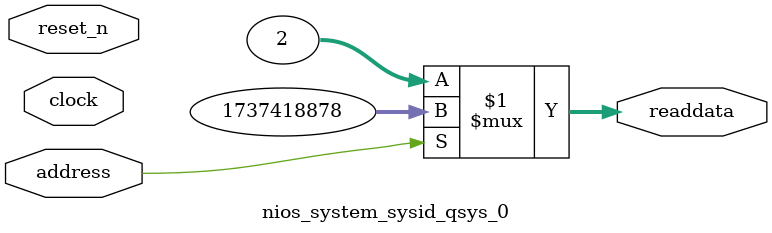
<source format=v>



// synthesis translate_off
`timescale 1ns / 1ps
// synthesis translate_on

// turn off superfluous verilog processor warnings 
// altera message_level Level1 
// altera message_off 10034 10035 10036 10037 10230 10240 10030 

module nios_system_sysid_qsys_0 (
               // inputs:
                address,
                clock,
                reset_n,

               // outputs:
                readdata
             )
;

  output  [ 31: 0] readdata;
  input            address;
  input            clock;
  input            reset_n;

  wire    [ 31: 0] readdata;
  //control_slave, which is an e_avalon_slave
  assign readdata = address ? 1737418878 : 2;

endmodule



</source>
